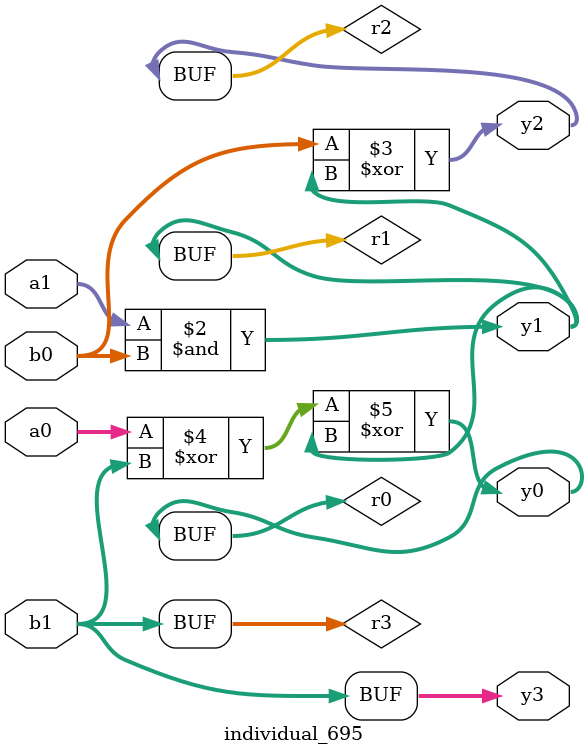
<source format=sv>
module individual_695(input logic [15:0] a1, input logic [15:0] a0, input logic [15:0] b1, input logic [15:0] b0, output logic [15:0] y3, output logic [15:0] y2, output logic [15:0] y1, output logic [15:0] y0);
logic [15:0] r0, r1, r2, r3; 
 always@(*) begin 
	 r0 = a0; r1 = a1; r2 = b0; r3 = b1; 
 	 r1  &=  b0 ;
 	 r2  ^=  r1 ;
 	 r0  ^=  b1 ;
 	 r0  ^=  r1 ;
 	 y3 = r3; y2 = r2; y1 = r1; y0 = r0; 
end
endmodule
</source>
